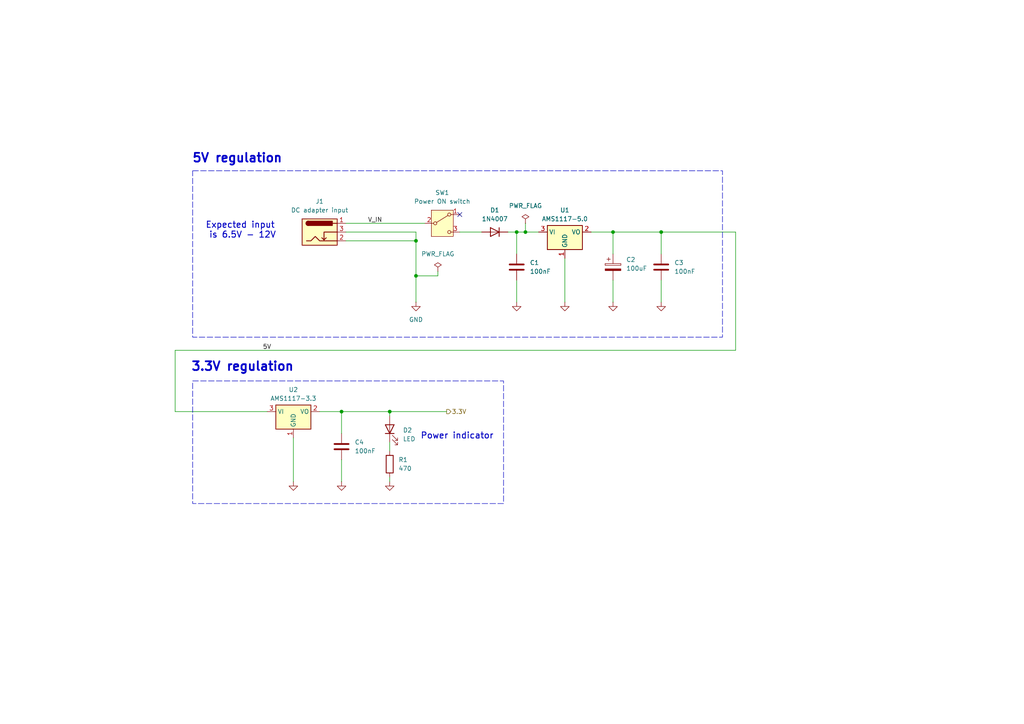
<source format=kicad_sch>
(kicad_sch (version 20250114) (generator "eeschema") (generator_version "9.0")
  (paper "A4")
  (lib_symbols
    (symbol "Connector:Barrel_Jack_Switch" (pin_names (hide yes))
      (property "Reference" "J" (at 0 5.334 0))
      (property "Value" "Barrel_Jack_Switch" (at 0 -5.08 0))
      (symbol "Barrel_Jack_Switch_0_1"
        (rectangle (start -5.08 3.81) (end 5.08 -3.81) (stroke (width 0.254)) (fill (type background)))
        (polyline (pts (xy -3.81 -2.54) (xy -2.54 -2.54) (xy -1.27 -1.27) (xy 0 -2.54) (xy 2.54 -2.54) (xy 5.08 -2.54)) (stroke (width 0.254)))
        (arc (start -3.302 1.905) (mid -3.9343 2.54) (end -3.302 3.175) (stroke (width 0.254)))
        (arc (start -3.302 1.905) (mid -3.9343 2.54) (end -3.302 3.175) (stroke (width 0.254)) (fill (type outline)))
        (polyline (pts (xy 1.27 -2.286) (xy 1.905 -1.651)) (stroke (width 0.254)))
        (rectangle (start 3.683 3.175) (end -3.302 1.905) (stroke (width 0.254)) (fill (type outline)))
        (polyline (pts (xy 5.08 2.54) (xy 3.81 2.54)) (stroke (width 0.254)))
        (polyline (pts (xy 5.08 0) (xy 1.27 0) (xy 1.27 -2.286) (xy 0.635 -1.651)) (stroke (width 0.254)))
      )
      (symbol "Barrel_Jack_Switch_1_1"
        (pin passive line (at 7.62 2.54 180) (length 2.54) (name "~") (number "1"))
        (pin passive line (at 7.62 0 180) (length 2.54) (name "~") (number "3"))
        (pin passive line (at 7.62 -2.54 180) (length 2.54) (name "~") (number "2"))
      )
    )
    (symbol "Device:C" (pin_numbers (hide yes)) (pin_names (offset 0.254))
      (property "Reference" "C" (at 0.635 2.54 0))
      (property "Value" "C" (at 0.635 -2.54 0))
      (symbol "C_0_1"
        (polyline (pts (xy -2.032 0.762) (xy 2.032 0.762)) (stroke (width 0.508)))
        (polyline (pts (xy -2.032 -0.762) (xy 2.032 -0.762)) (stroke (width 0.508)))
      )
      (symbol "C_1_1"
        (pin passive line (at 0 3.81 270) (length 2.794) (name "~") (number "1"))
        (pin passive line (at 0 -3.81 90) (length 2.794) (name "~") (number "2"))
      )
    )
    (symbol "Device:C_Polarized" (pin_numbers (hide yes)) (pin_names (offset 0.254))
      (property "Reference" "C" (at 0.635 2.54 0))
      (property "Value" "C_Polarized" (at 0.635 -2.54 0))
      (symbol "C_Polarized_0_1"
        (rectangle (start -2.286 0.508) (end 2.286 1.016))
        (polyline (pts (xy -1.778 2.286) (xy -0.762 2.286)))
        (polyline (pts (xy -1.27 2.794) (xy -1.27 1.778)))
        (rectangle (start 2.286 -0.508) (end -2.286 -1.016) (fill (type outline)))
      )
      (symbol "C_Polarized_1_1"
        (pin passive line (at 0 3.81 270) (length 2.794) (name "~") (number "1"))
        (pin passive line (at 0 -3.81 90) (length 2.794) (name "~") (number "2"))
      )
    )
    (symbol "Device:D" (pin_numbers (hide yes)) (pin_names (offset 1.016) (hide yes))
      (property "Reference" "D" (at 0 2.54 0))
      (property "Value" "D" (at 0 -2.54 0))
      (symbol "D_0_1"
        (polyline (pts (xy -1.27 1.27) (xy -1.27 -1.27)) (stroke (width 0.254)))
        (polyline (pts (xy 1.27 1.27) (xy 1.27 -1.27) (xy -1.27 0) (xy 1.27 1.27)) (stroke (width 0.254)))
        (polyline (pts (xy 1.27 0) (xy -1.27 0)))
      )
      (symbol "D_1_1"
        (pin passive line (at -3.81 0 0) (length 2.54) (name "K") (number "1"))
        (pin passive line (at 3.81 0 180) (length 2.54) (name "A") (number "2"))
      )
    )
    (symbol "Device:LED" (pin_numbers (hide yes)) (pin_names (offset 1.016) (hide yes))
      (property "Reference" "D" (at 0 2.54 0))
      (property "Value" "LED" (at 0 -2.54 0))
      (symbol "LED_0_1"
        (polyline (pts (xy -3.048 -0.762) (xy -4.572 -2.286) (xy -3.81 -2.286) (xy -4.572 -2.286) (xy -4.572 -1.524)))
        (polyline (pts (xy -1.778 -0.762) (xy -3.302 -2.286) (xy -2.54 -2.286) (xy -3.302 -2.286) (xy -3.302 -1.524)))
        (polyline (pts (xy -1.27 0) (xy 1.27 0)))
        (polyline (pts (xy -1.27 -1.27) (xy -1.27 1.27)) (stroke (width 0.254)))
        (polyline (pts (xy 1.27 -1.27) (xy 1.27 1.27) (xy -1.27 0) (xy 1.27 -1.27)) (stroke (width 0.254)))
      )
      (symbol "LED_1_1"
        (pin passive line (at -3.81 0 0) (length 2.54) (name "K") (number "1"))
        (pin passive line (at 3.81 0 180) (length 2.54) (name "A") (number "2"))
      )
    )
    (symbol "Device:R" (pin_numbers (hide yes)) (pin_names (offset 0))
      (property "Reference" "R" (at 2.032 0 90))
      (property "Value" "R" (at 0 0 90))
      (symbol "R_0_1"
        (rectangle (start -1.016 -2.54) (end 1.016 2.54) (stroke (width 0.254)))
      )
      (symbol "R_1_1"
        (pin passive line (at 0 3.81 270) (length 1.27) (name "~") (number "1"))
        (pin passive line (at 0 -3.81 90) (length 1.27) (name "~") (number "2"))
      )
    )
    (symbol "Regulator_Linear:AMS1117-3.3"
      (property "Reference" "U" (at -3.81 3.175 0))
      (property "Value" "AMS1117-3.3" (at 0 3.175 0))
      (symbol "AMS1117-3.3_0_1"
        (rectangle (start -5.08 -5.08) (end 5.08 1.905) (stroke (width 0.254)) (fill (type background)))
      )
      (symbol "AMS1117-3.3_1_1"
        (pin power_in line (at -7.62 0 0) (length 2.54) (name "VI") (number "3"))
        (pin power_in line (at 0 -7.62 90) (length 2.54) (name "GND") (number "1"))
        (pin power_out line (at 7.62 0 180) (length 2.54) (name "VO") (number "2"))
      )
    )
    (symbol "Regulator_Linear:AMS1117-5.0"
      (property "Reference" "U" (at -3.81 3.175 0))
      (property "Value" "AMS1117-5.0" (at 0 3.175 0))
      (symbol "AMS1117-5.0_0_1"
        (rectangle (start -5.08 -5.08) (end 5.08 1.905) (stroke (width 0.254)) (fill (type background)))
      )
      (symbol "AMS1117-5.0_1_1"
        (pin power_in line (at -7.62 0 0) (length 2.54) (name "VI") (number "3"))
        (pin power_in line (at 0 -7.62 90) (length 2.54) (name "GND") (number "1"))
        (pin power_out line (at 7.62 0 180) (length 2.54) (name "VO") (number "2"))
      )
    )
    (symbol "Switch:SW_SPDT" (pin_names (offset 0) (hide yes))
      (property "Reference" "SW" (at 0 5.08 0))
      (property "Value" "SW_SPDT" (at 0 -5.08 0))
      (symbol "SW_SPDT_0_1"
        (circle (center -2.032 0) (radius 0.4572))
        (polyline (pts (xy -1.651 0.254) (xy 1.651 2.286)))
        (circle (center 2.032 2.54) (radius 0.4572))
        (circle (center 2.032 -2.54) (radius 0.4572))
      )
      (symbol "SW_SPDT_1_1"
        (rectangle (start -3.175 3.81) (end 3.175 -3.81) (fill (type background)))
        (pin passive line (at -5.08 0 0) (length 2.54) (name "B") (number "2"))
        (pin passive line (at 5.08 2.54 180) (length 2.54) (name "A") (number "1"))
        (pin passive line (at 5.08 -2.54 180) (length 2.54) (name "C") (number "3"))
      )
    )
    (symbol "power:GND" (power) (pin_numbers (hide yes)) (pin_names (offset 0) (hide yes))
      (property "Value" "GND" (at 0 -3.81 0))
      (symbol "GND_0_1"
        (polyline (pts (xy 0 0) (xy 0 -1.27) (xy 1.27 -1.27) (xy 0 -2.54) (xy -1.27 -1.27) (xy 0 -1.27)))
      )
      (symbol "GND_1_1"
        (pin power_in line (at 0 0 270) (length 0) (name "~") (number "1"))
      )
    )
    (symbol "power:PWR_FLAG" (power) (pin_numbers (hide yes)) (pin_names (offset 0) (hide yes))
      (property "Value" "PWR_FLAG" (at 0 3.81 0))
      (symbol "PWR_FLAG_0_0"
        (pin power_out line (at 0 0 90) (length 0) (name "~") (number "1"))
      )
      (symbol "PWR_FLAG_0_1"
        (polyline (pts (xy 0 0) (xy 0 1.27) (xy -1.016 1.905) (xy 0 2.54) (xy 1.016 1.905) (xy 0 1.27)))
      )
    )
  )
  (rectangle (start 55.88 110.49) (end 146.05 146.05) (stroke (width 0) (type dash)))
  (rectangle (start 55.88 49.53) (end 209.55 97.79) (stroke (width 0) (type dash)))
  (text "5V regulation" (at 68.834 45.974 0) (effects (font (size 2.54 2.54) (thickness 0.508) (bold yes))))
  (text "Power indicator" (at 132.588 126.492 0) (effects (font (size 1.778 1.778) (thickness 0.254) (bold yes))))
  (text "3.3V regulation\n" (at 70.358 106.426 0) (effects (font (size 2.54 2.54) (thickness 0.508) (bold yes))))
  (text "Expected input \nis 6.5V - 12V" (at 70.358 66.802 0) (effects (font (size 1.778 1.778) (thickness 0.254) (bold yes))))
  (junction (at 152.4 67.31))
  (junction (at 191.77 67.31))
  (junction (at 113.03 119.38))
  (junction (at 149.86 67.31))
  (junction (at 120.65 80.01))
  (junction (at 120.65 69.85))
  (junction (at 99.06 119.38))
  (junction (at 177.8 67.31))
  (no_connect (at 133.35 62.23))
  (wire (pts (xy 177.8 81.28) (xy 177.8 87.63)))
  (wire (pts (xy 113.03 138.43) (xy 113.03 139.7)))
  (wire (pts (xy 163.83 74.93) (xy 163.83 87.63)))
  (wire (pts (xy 152.4 67.31) (xy 156.21 67.31)))
  (wire (pts (xy 113.03 128.27) (xy 113.03 130.81)))
  (wire (pts (xy 191.77 81.28) (xy 191.77 87.63)))
  (wire (pts (xy 177.8 73.66) (xy 177.8 67.31)))
  (wire (pts (xy 99.06 119.38) (xy 99.06 125.73)))
  (wire (pts (xy 113.03 119.38) (xy 113.03 120.65)))
  (wire (pts (xy 50.8 119.38) (xy 77.47 119.38)))
  (wire (pts (xy 127 80.01) (xy 120.65 80.01)))
  (wire (pts (xy 85.09 127) (xy 85.09 139.7)))
  (wire (pts (xy 177.8 67.31) (xy 191.77 67.31)))
  (wire (pts (xy 99.06 133.35) (xy 99.06 139.7)))
  (wire (pts (xy 213.36 101.6) (xy 213.36 67.31)))
  (wire (pts (xy 127 78.74) (xy 127 80.01)))
  (wire (pts (xy 50.8 119.38) (xy 50.8 101.6)))
  (wire (pts (xy 191.77 67.31) (xy 213.36 67.31)))
  (wire (pts (xy 100.33 69.85) (xy 120.65 69.85)))
  (wire (pts (xy 147.32 67.31) (xy 149.86 67.31)))
  (wire (pts (xy 120.65 67.31) (xy 120.65 69.85)))
  (wire (pts (xy 171.45 67.31) (xy 177.8 67.31)))
  (wire (pts (xy 133.35 67.31) (xy 139.7 67.31)))
  (wire (pts (xy 120.65 80.01) (xy 120.65 87.63)))
  (wire (pts (xy 50.8 101.6) (xy 213.36 101.6)))
  (wire (pts (xy 100.33 67.31) (xy 120.65 67.31)))
  (wire (pts (xy 92.71 119.38) (xy 99.06 119.38)))
  (wire (pts (xy 191.77 73.66) (xy 191.77 67.31)))
  (wire (pts (xy 149.86 67.31) (xy 149.86 73.66)))
  (wire (pts (xy 149.86 67.31) (xy 152.4 67.31)))
  (wire (pts (xy 99.06 119.38) (xy 113.03 119.38)))
  (wire (pts (xy 100.33 64.77) (xy 123.19 64.77)))
  (wire (pts (xy 152.4 64.77) (xy 152.4 67.31)))
  (wire (pts (xy 149.86 81.28) (xy 149.86 87.63)))
  (wire (pts (xy 120.65 69.85) (xy 120.65 80.01)))
  (wire (pts (xy 113.03 119.38) (xy 129.54 119.38)))
  (label "5V" (at 76.2 101.6 0))
  (label "V_IN" (at 106.68 64.77 0))
  (hierarchical_label "3.3V" (shape output) (at 129.54 119.38 0))
  (symbol (lib_id "Regulator_Linear:AMS1117-5.0") (at 163.83 67.31 0) (unit 1)
    (property "Reference" "U1" (at 163.83 60.96 0))
    (property "Value" "AMS1117-5.0" (at 163.83 63.5 0))
    (property "Footprint" "Package_TO_SOT_SMD:SOT-223-3_TabPin2" (effects (hide yes)))
    (property "Datasheet" "http://www.advanced-monolithic.com/pdf/ds1117.pdf" (effects (hide yes)))
    (property "Description" "1A Low Dropout regulator, positive, 5.0V fixed output, SOT-223" (effects (hide yes)))
  )
  (symbol (lib_id "power:GND") (at 163.83 87.63 0) (unit 1)
    (property "Reference" "#PWR021" (effects (hide yes)))
    (property "Value" "GND" (effects (hide yes)))
    (property "Description" "Power symbol creates a global label with name \"GND\" , ground" (effects (hide yes)))
  )
  (symbol (lib_id "Device:C") (at 99.06 129.54 0) (unit 1)
    (property "Reference" "C4" (at 102.87 128.2699 0) (effects (justify left)))
    (property "Value" "100nF" (at 102.87 130.8099 0) (effects (justify left)))
    (property "Footprint" "Capacitor_SMD:C_1206_3216Metric" (effects (hide yes)))
    (property "Description" "Unpolarized capacitor" (effects (hide yes)))
  )
  (symbol (lib_id "Device:C") (at 191.77 77.47 0) (unit 1)
    (property "Reference" "C3" (at 195.58 76.1999 0) (effects (justify left)))
    (property "Value" "100nF" (at 195.58 78.7399 0) (effects (justify left)))
    (property "Footprint" "Capacitor_SMD:C_1206_3216Metric" (effects (hide yes)))
    (property "Description" "Unpolarized capacitor" (effects (hide yes)))
  )
  (symbol (lib_id "power:GND") (at 120.65 87.63 0) (unit 1)
    (property "Reference" "#PWR01" (effects (hide yes)))
    (property "Value" "GND" (at 120.65 92.71 0))
    (property "Description" "Power symbol creates a global label with name \"GND\" , ground" (effects (hide yes)))
  )
  (symbol (lib_id "Device:LED") (at 113.03 124.46 90) (unit 1)
    (property "Reference" "D2" (at 116.84 124.7774 90) (effects (justify right)))
    (property "Value" "LED" (at 116.84 127.3174 90) (effects (justify right)))
    (property "Footprint" "LED_THT:LED_D5.0mm_Horizontal_O6.35mm_Z3.0mm" (effects (hide yes)))
    (property "Description" "Light emitting diode" (effects (hide yes)))
    (property "Sim.Pins" "1=K 2=A" (effects (hide yes)))
  )
  (symbol (lib_id "power:PWR_FLAG") (at 127 78.74 0) (unit 1)
    (property "Reference" "#FLG02" (effects (hide yes)))
    (property "Value" "PWR_FLAG" (at 127 73.66 0))
    (property "Description" "Special symbol for telling ERC where power comes from" (effects (hide yes)))
  )
  (symbol (lib_id "power:GND") (at 85.09 139.7 0) (unit 1)
    (property "Reference" "#PWR04" (effects (hide yes)))
    (property "Value" "GND" (effects (hide yes)))
    (property "Description" "Power symbol creates a global label with name \"GND\" , ground" (effects (hide yes)))
  )
  (symbol (lib_id "power:GND") (at 149.86 87.63 0) (unit 1)
    (property "Reference" "#PWR02" (effects (hide yes)))
    (property "Value" "GND" (effects (hide yes)))
    (property "Description" "Power symbol creates a global label with name \"GND\" , ground" (effects (hide yes)))
  )
  (symbol (lib_id "power:GND") (at 177.8 87.63 0) (unit 1)
    (property "Reference" "#PWR017" (effects (hide yes)))
    (property "Value" "GND" (effects (hide yes)))
    (property "Description" "Power symbol creates a global label with name \"GND\" , ground" (effects (hide yes)))
  )
  (symbol (lib_id "power:GND") (at 99.06 139.7 0) (unit 1)
    (property "Reference" "#PWR020" (effects (hide yes)))
    (property "Value" "GND" (effects (hide yes)))
    (property "Description" "Power symbol creates a global label with name \"GND\" , ground" (effects (hide yes)))
  )
  (symbol (lib_id "Connector:Barrel_Jack_Switch") (at 92.71 67.31 0) (unit 1)
    (property "Reference" "J1" (at 92.71 58.42 0))
    (property "Value" "DC adapter input" (at 92.71 60.96 0))
    (property "Footprint" "Connector_BarrelJack:BarrelJack_GCT_DCJ200-10-A_Horizontal" (effects (hide yes)))
    (property "Description" "DC Barrel Jack with an internal switch" (effects (hide yes)))
  )
  (symbol (lib_id "Switch:SW_SPDT") (at 128.27 64.77 0) (unit 1)
    (property "Reference" "SW1" (at 128.27 55.88 0))
    (property "Value" "Power ON switch" (at 128.27 58.42 0))
    (property "Footprint" "Button_Switch_THT:SW_E-Switch_EG1224_SPDT_Angled" (effects (hide yes)))
    (property "Description" "Switch, single pole double throw" (effects (hide yes)))
  )
  (symbol (lib_id "Device:D") (at 143.51 67.31 0) (mirror y) (unit 1)
    (property "Reference" "D1" (at 143.51 60.96 0))
    (property "Value" "1N4007" (at 143.51 63.5 0))
    (property "Footprint" "Diode_SMD:D_SMA" (effects (hide yes)))
    (property "Description" "Diode" (effects (hide yes)))
    (property "Sim.Device" "D" (effects (hide yes)))
    (property "Sim.Pins" "1=K 2=A" (effects (hide yes)))
  )
  (symbol (lib_id "power:PWR_FLAG") (at 152.4 64.77 0) (unit 1)
    (property "Reference" "#FLG01" (effects (hide yes)))
    (property "Value" "PWR_FLAG" (at 152.4 59.69 0))
    (property "Description" "Special symbol for telling ERC where power comes from" (effects (hide yes)))
  )
  (symbol (lib_id "Regulator_Linear:AMS1117-3.3") (at 85.09 119.38 0) (unit 1)
    (property "Reference" "U2" (at 85.09 113.03 0))
    (property "Value" "AMS1117-3.3" (at 85.09 115.57 0))
    (property "Footprint" "Package_TO_SOT_SMD:SOT-223-3_TabPin2" (effects (hide yes)))
    (property "Datasheet" "http://www.advanced-monolithic.com/pdf/ds1117.pdf" (effects (hide yes)))
    (property "Description" "1A Low Dropout regulator, positive, 3.3V fixed output, SOT-223" (effects (hide yes)))
  )
  (symbol (lib_id "power:GND") (at 113.03 139.7 0) (unit 1)
    (property "Reference" "#PWR03" (effects (hide yes)))
    (property "Value" "GND" (effects (hide yes)))
    (property "Description" "Power symbol creates a global label with name \"GND\" , ground" (effects (hide yes)))
  )
  (symbol (lib_id "Device:R") (at 113.03 134.62 0) (unit 1)
    (property "Reference" "R1" (at 115.57 133.3499 0) (effects (justify left)))
    (property "Value" "470" (at 115.57 135.8899 0) (effects (justify left)))
    (property "Footprint" "Resistor_SMD:R_1206_3216Metric" (effects (hide yes)))
    (property "Description" "Resistor" (effects (hide yes)))
  )
  (symbol (lib_id "Device:C_Polarized") (at 177.8 77.47 0) (unit 1)
    (property "Reference" "C2" (at 181.61 75.3109 0) (effects (justify left)))
    (property "Value" "100uF" (at 181.61 77.8509 0) (effects (justify left)))
    (property "Footprint" "Capacitor_THT:CP_Radial_D4.0mm_P2.00mm" (effects (hide yes)))
    (property "Description" "Polarized capacitor" (effects (hide yes)))
  )
  (symbol (lib_id "Device:C") (at 149.86 77.47 0) (unit 1)
    (property "Reference" "C1" (at 153.67 76.1999 0) (effects (justify left)))
    (property "Value" "100nF" (at 153.67 78.7399 0) (effects (justify left)))
    (property "Footprint" "Capacitor_SMD:C_1206_3216Metric" (effects (hide yes)))
    (property "Description" "Unpolarized capacitor" (effects (hide yes)))
  )
  (symbol (lib_id "power:GND") (at 191.77 87.63 0) (unit 1)
    (property "Reference" "#PWR022" (effects (hide yes)))
    (property "Value" "GND" (effects (hide yes)))
    (property "Description" "Power symbol creates a global label with name \"GND\" , ground" (effects (hide yes)))
  )
)
</source>
